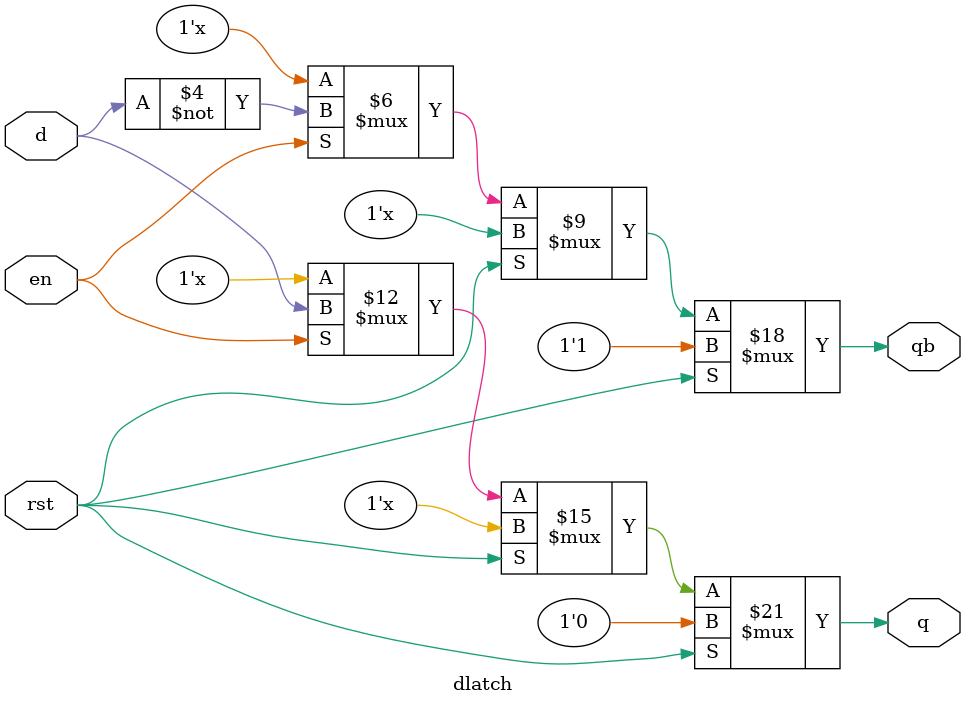
<source format=v>
module dlatch(en,d,rst,q,qb);
input en,d,rst;
output q,qb;
reg q,qb;
always@(*)
begin
if(rst==1)begin q=0; qb=1;end
else begin
if(en==1)begin q=d; qb=~d;end
else begin q=q; qb=qb;end
end
end
endmodule

</source>
